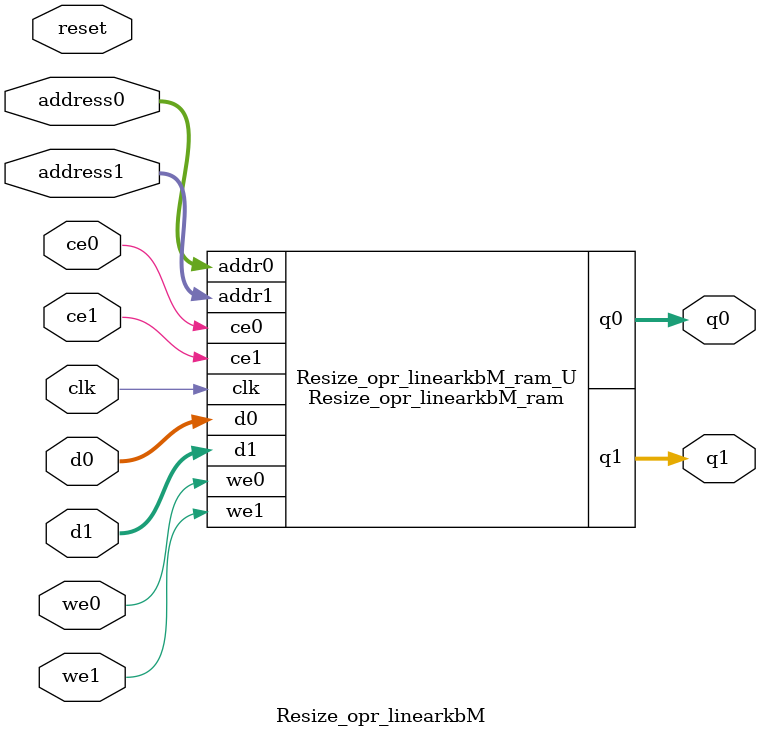
<source format=v>
`timescale 1 ns / 1 ps
module Resize_opr_linearkbM_ram (addr0, ce0, d0, we0, q0, addr1, ce1, d1, we1, q1,  clk);

parameter DWIDTH = 8;
parameter AWIDTH = 11;
parameter MEM_SIZE = 1281;

input[AWIDTH-1:0] addr0;
input ce0;
input[DWIDTH-1:0] d0;
input we0;
output reg[DWIDTH-1:0] q0;
input[AWIDTH-1:0] addr1;
input ce1;
input[DWIDTH-1:0] d1;
input we1;
output reg[DWIDTH-1:0] q1;
input clk;

(* ram_style = "block" *)reg [DWIDTH-1:0] ram[0:MEM_SIZE-1];




always @(posedge clk)  
begin 
    if (ce0) begin
        if (we0) 
            ram[addr0] <= d0; 
        q0 <= ram[addr0];
    end
end


always @(posedge clk)  
begin 
    if (ce1) begin
        if (we1) 
            ram[addr1] <= d1; 
        q1 <= ram[addr1];
    end
end


endmodule

`timescale 1 ns / 1 ps
module Resize_opr_linearkbM(
    reset,
    clk,
    address0,
    ce0,
    we0,
    d0,
    q0,
    address1,
    ce1,
    we1,
    d1,
    q1);

parameter DataWidth = 32'd8;
parameter AddressRange = 32'd1281;
parameter AddressWidth = 32'd11;
input reset;
input clk;
input[AddressWidth - 1:0] address0;
input ce0;
input we0;
input[DataWidth - 1:0] d0;
output[DataWidth - 1:0] q0;
input[AddressWidth - 1:0] address1;
input ce1;
input we1;
input[DataWidth - 1:0] d1;
output[DataWidth - 1:0] q1;



Resize_opr_linearkbM_ram Resize_opr_linearkbM_ram_U(
    .clk( clk ),
    .addr0( address0 ),
    .ce0( ce0 ),
    .we0( we0 ),
    .d0( d0 ),
    .q0( q0 ),
    .addr1( address1 ),
    .ce1( ce1 ),
    .we1( we1 ),
    .d1( d1 ),
    .q1( q1 ));

endmodule


</source>
